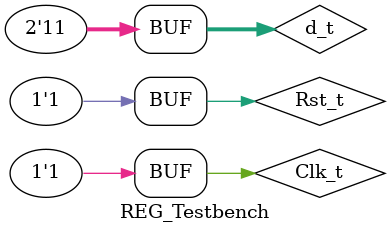
<source format=v>
`timescale 1ns / 1ps


module REG_Testbench();
    reg [1:0] d_t;
    reg Clk_t, Rst_t;
    wire [1:0] q_t;
    
    REG #(2) REG_0(d_t, Clk_t, Rst_t, q_t);
    
    always begin
        Clk_t <= 0;
        #1;
        Clk_t <= 1;
        #1;
    end
    
    initial begin
        Rst_t <= 1;
        #4;
        Rst_t <=0;
        d_t <= 1;
        #4;
        d_t <= 3;
        #4;
        d_t <= 2;
        #4;
        d_t <= 0;
        #4;
        d_t <= 3;
        Rst_t <= 1;
        #4;
    end

endmodule

</source>
